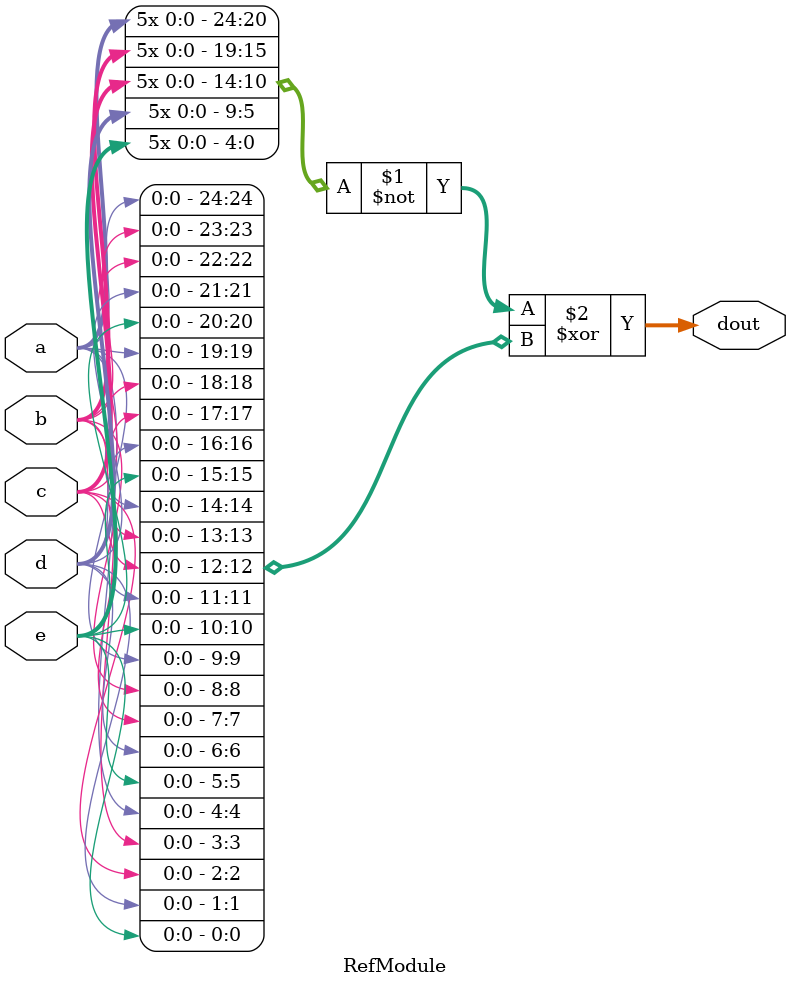
<source format=sv>

module RefModule (
  input a,
  input b,
  input c,
  input d,
  input e,
  output [24:0] dout
);

  assign dout = ~{ {5{a}}, {5{b}}, {5{c}}, {5{d}}, {5{e}} } ^ {5{a,b,c,d,e}};

endmodule


</source>
